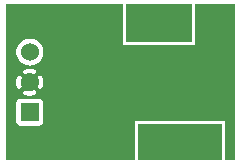
<source format=gbr>
G04 start of page 3 for group 1 idx 1 *
G04 Title: (unknown), solder *
G04 Creator: pcb 20110918 *
G04 CreationDate: Mon 01 Apr 2013 11:54:10 PM GMT UTC *
G04 For: railfan *
G04 Format: Gerber/RS-274X *
G04 PCB-Dimensions: 80000 55000 *
G04 PCB-Coordinate-Origin: lower left *
%MOIN*%
%FSLAX25Y25*%
%LNBOTTOM*%
%ADD28C,0.0380*%
%ADD27C,0.0200*%
%ADD26C,0.0360*%
%ADD25R,0.0700X0.0700*%
%ADD24C,0.0600*%
%ADD23C,0.0001*%
G54D23*G36*
X42000Y41000D02*Y53500D01*
X64000D01*
Y41000D01*
X42000D01*
G37*
G36*
X46000Y1500D02*Y13500D01*
X74000D01*
Y1500D01*
X46000D01*
G37*
G36*
X13613Y53500D02*X41000D01*
Y40000D01*
X65000D01*
Y53500D01*
X78500D01*
Y1500D01*
X75000D01*
Y14500D01*
X45000D01*
Y1500D01*
X13613D01*
Y13130D01*
X13683Y13159D01*
X13884Y13283D01*
X14064Y13436D01*
X14217Y13616D01*
X14341Y13817D01*
X14431Y14035D01*
X14486Y14265D01*
X14500Y14500D01*
X14486Y20735D01*
X14431Y20965D01*
X14341Y21183D01*
X14217Y21384D01*
X14064Y21564D01*
X13884Y21717D01*
X13683Y21841D01*
X13613Y21870D01*
Y25353D01*
X13656Y25360D01*
X13768Y25397D01*
X13873Y25452D01*
X13968Y25522D01*
X14051Y25606D01*
X14119Y25702D01*
X14170Y25808D01*
X14318Y26216D01*
X14422Y26637D01*
X14484Y27067D01*
X14505Y27500D01*
X14484Y27933D01*
X14422Y28363D01*
X14318Y28784D01*
X14175Y29194D01*
X14122Y29300D01*
X14053Y29396D01*
X13970Y29481D01*
X13875Y29551D01*
X13769Y29606D01*
X13657Y29643D01*
X13613Y29651D01*
Y34802D01*
X13652Y34847D01*
X14022Y35451D01*
X14293Y36105D01*
X14458Y36794D01*
X14500Y37500D01*
X14458Y38206D01*
X14293Y38895D01*
X14022Y39549D01*
X13652Y40153D01*
X13613Y40198D01*
Y53500D01*
G37*
G36*
Y21870D02*X13465Y21931D01*
X13235Y21986D01*
X13000Y22000D01*
X10000Y21993D01*
Y22995D01*
X10433Y23016D01*
X10863Y23078D01*
X11284Y23182D01*
X11694Y23325D01*
X11800Y23378D01*
X11896Y23447D01*
X11981Y23530D01*
X12051Y23625D01*
X12106Y23731D01*
X12143Y23843D01*
X12163Y23960D01*
X12164Y24079D01*
X12146Y24196D01*
X12110Y24309D01*
X12057Y24415D01*
X11988Y24512D01*
X11905Y24596D01*
X11809Y24667D01*
X11704Y24721D01*
X11592Y24759D01*
X11475Y24778D01*
X11356Y24779D01*
X11239Y24761D01*
X11126Y24723D01*
X10855Y24624D01*
X10575Y24556D01*
X10289Y24514D01*
X10000Y24500D01*
Y30500D01*
X10289Y30486D01*
X10575Y30444D01*
X10855Y30376D01*
X11128Y30280D01*
X11239Y30242D01*
X11356Y30225D01*
X11474Y30225D01*
X11591Y30245D01*
X11703Y30282D01*
X11807Y30336D01*
X11902Y30406D01*
X11985Y30491D01*
X12054Y30587D01*
X12107Y30692D01*
X12143Y30805D01*
X12160Y30921D01*
X12159Y31039D01*
X12140Y31156D01*
X12103Y31268D01*
X12048Y31373D01*
X11978Y31468D01*
X11894Y31551D01*
X11798Y31619D01*
X11692Y31670D01*
X11284Y31818D01*
X10863Y31922D01*
X10433Y31984D01*
X10000Y32005D01*
Y32986D01*
X10706Y33042D01*
X11395Y33207D01*
X12049Y33478D01*
X12653Y33848D01*
X13192Y34308D01*
X13613Y34802D01*
Y29651D01*
X13540Y29663D01*
X13421Y29664D01*
X13304Y29646D01*
X13191Y29610D01*
X13085Y29557D01*
X12988Y29488D01*
X12904Y29405D01*
X12833Y29309D01*
X12779Y29204D01*
X12741Y29092D01*
X12722Y28975D01*
X12721Y28856D01*
X12739Y28739D01*
X12777Y28626D01*
X12876Y28355D01*
X12944Y28075D01*
X12986Y27789D01*
X13000Y27500D01*
X12986Y27211D01*
X12944Y26925D01*
X12876Y26645D01*
X12780Y26372D01*
X12742Y26261D01*
X12725Y26144D01*
X12725Y26026D01*
X12745Y25909D01*
X12782Y25797D01*
X12836Y25693D01*
X12906Y25598D01*
X12991Y25515D01*
X13087Y25446D01*
X13192Y25393D01*
X13305Y25357D01*
X13421Y25340D01*
X13539Y25341D01*
X13613Y25353D01*
Y21870D01*
G37*
G36*
Y1500D02*X10000D01*
Y13007D01*
X13235Y13014D01*
X13465Y13069D01*
X13613Y13130D01*
Y1500D01*
G37*
G36*
X10000Y53500D02*X13613D01*
Y40198D01*
X13192Y40692D01*
X12653Y41152D01*
X12049Y41522D01*
X11395Y41793D01*
X10706Y41958D01*
X10000Y42014D01*
Y53500D01*
G37*
G36*
X6387Y13130D02*X6535Y13069D01*
X6765Y13014D01*
X7000Y13000D01*
X10000Y13007D01*
Y1500D01*
X6387D01*
Y13130D01*
G37*
G36*
Y34802D02*X6808Y34308D01*
X7347Y33848D01*
X7951Y33478D01*
X8605Y33207D01*
X9294Y33042D01*
X10000Y32986D01*
Y32005D01*
X9567Y31984D01*
X9137Y31922D01*
X8716Y31818D01*
X8306Y31675D01*
X8200Y31622D01*
X8104Y31553D01*
X8019Y31470D01*
X7949Y31375D01*
X7894Y31269D01*
X7857Y31157D01*
X7837Y31040D01*
X7836Y30921D01*
X7854Y30804D01*
X7890Y30691D01*
X7943Y30585D01*
X8012Y30488D01*
X8095Y30404D01*
X8191Y30333D01*
X8296Y30279D01*
X8408Y30241D01*
X8525Y30222D01*
X8644Y30221D01*
X8761Y30239D01*
X8874Y30277D01*
X9145Y30376D01*
X9425Y30444D01*
X9711Y30486D01*
X10000Y30500D01*
Y24500D01*
X9711Y24514D01*
X9425Y24556D01*
X9145Y24624D01*
X8872Y24720D01*
X8761Y24758D01*
X8644Y24775D01*
X8526Y24775D01*
X8409Y24755D01*
X8297Y24718D01*
X8193Y24664D01*
X8098Y24594D01*
X8015Y24509D01*
X7946Y24413D01*
X7893Y24308D01*
X7857Y24195D01*
X7840Y24079D01*
X7841Y23961D01*
X7860Y23844D01*
X7897Y23732D01*
X7952Y23627D01*
X8022Y23532D01*
X8106Y23449D01*
X8202Y23381D01*
X8308Y23330D01*
X8716Y23182D01*
X9137Y23078D01*
X9567Y23016D01*
X10000Y22995D01*
X10000D01*
Y21993D01*
X6765Y21986D01*
X6535Y21931D01*
X6387Y21870D01*
Y25349D01*
X6460Y25337D01*
X6579Y25336D01*
X6696Y25354D01*
X6809Y25390D01*
X6915Y25443D01*
X7012Y25512D01*
X7096Y25595D01*
X7167Y25691D01*
X7221Y25796D01*
X7259Y25908D01*
X7278Y26025D01*
X7279Y26144D01*
X7261Y26261D01*
X7223Y26374D01*
X7124Y26645D01*
X7056Y26925D01*
X7014Y27211D01*
X7000Y27500D01*
X7014Y27789D01*
X7056Y28075D01*
X7124Y28355D01*
X7220Y28628D01*
X7258Y28739D01*
X7275Y28856D01*
X7275Y28974D01*
X7255Y29091D01*
X7218Y29203D01*
X7164Y29307D01*
X7094Y29402D01*
X7009Y29485D01*
X6913Y29554D01*
X6808Y29607D01*
X6695Y29643D01*
X6579Y29660D01*
X6461Y29659D01*
X6387Y29647D01*
Y34802D01*
G37*
G36*
Y53500D02*X10000D01*
Y42014D01*
X9294Y41958D01*
X8605Y41793D01*
X7951Y41522D01*
X7347Y41152D01*
X6808Y40692D01*
X6387Y40198D01*
Y53500D01*
G37*
G36*
X2000Y1500D02*Y53500D01*
X6387D01*
Y40198D01*
X6348Y40153D01*
X5978Y39549D01*
X5707Y38895D01*
X5542Y38206D01*
X5486Y37500D01*
X5542Y36794D01*
X5707Y36105D01*
X5978Y35451D01*
X6348Y34847D01*
X6387Y34802D01*
Y29647D01*
X6344Y29640D01*
X6232Y29603D01*
X6127Y29548D01*
X6032Y29478D01*
X5949Y29394D01*
X5881Y29298D01*
X5830Y29192D01*
X5682Y28784D01*
X5578Y28363D01*
X5516Y27933D01*
X5495Y27500D01*
X5516Y27067D01*
X5578Y26637D01*
X5682Y26216D01*
X5825Y25806D01*
X5878Y25700D01*
X5947Y25604D01*
X6030Y25519D01*
X6125Y25449D01*
X6231Y25394D01*
X6343Y25357D01*
X6387Y25349D01*
Y21870D01*
X6317Y21841D01*
X6116Y21717D01*
X5936Y21564D01*
X5783Y21384D01*
X5659Y21183D01*
X5569Y20965D01*
X5514Y20735D01*
X5500Y20500D01*
X5514Y14265D01*
X5569Y14035D01*
X5659Y13817D01*
X5783Y13616D01*
X5936Y13436D01*
X6116Y13283D01*
X6317Y13159D01*
X6387Y13130D01*
Y1500D01*
X2000D01*
G37*
G36*
X7000Y20500D02*Y14500D01*
X13000D01*
Y20500D01*
X7000D01*
G37*
G54D24*X10000Y27500D03*
Y37500D03*
G54D25*X49500Y46000D02*X56500D01*
X49500Y9000D02*X56500D01*
G54D26*X38500Y12000D03*
Y8000D03*
Y4000D03*
X42500Y6000D03*
Y10000D03*
X62500Y6500D03*
Y11000D03*
X67000D03*
X71500D03*
X67000Y6500D03*
X71500D03*
X44000Y47000D03*
X62000D03*
X50500Y36500D03*
X45500D03*
X55500D03*
X50500Y31500D03*
Y26500D03*
X62000Y51500D03*
X57500D03*
X53000D03*
X48500D03*
X44000D03*
G54D27*G54D28*M02*

</source>
